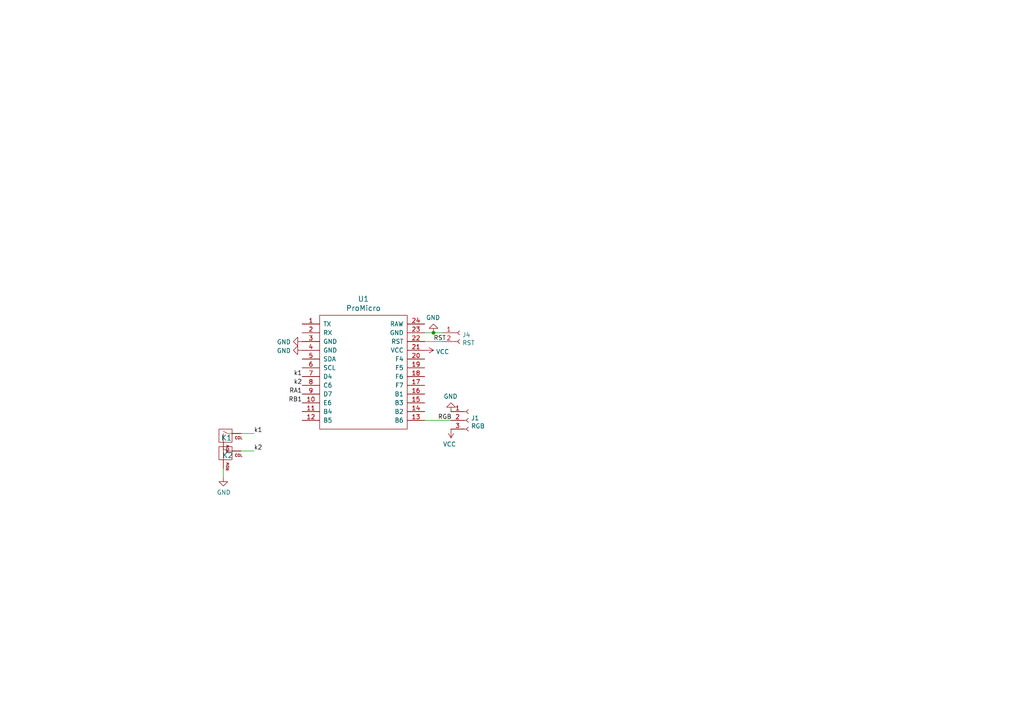
<source format=kicad_sch>
(kicad_sch (version 20211123) (generator eeschema)

  (uuid f4cf61ed-0598-4e58-ae32-28c47603aea7)

  (paper "A4")

  (lib_symbols
    (symbol "Connector:Conn_01x02_Female" (pin_names (offset 1.016) hide) (in_bom yes) (on_board yes)
      (property "Reference" "J" (id 0) (at 0 2.54 0)
        (effects (font (size 1.27 1.27)))
      )
      (property "Value" "Conn_01x02_Female" (id 1) (at 0 -5.08 0)
        (effects (font (size 1.27 1.27)))
      )
      (property "Footprint" "" (id 2) (at 0 0 0)
        (effects (font (size 1.27 1.27)) hide)
      )
      (property "Datasheet" "~" (id 3) (at 0 0 0)
        (effects (font (size 1.27 1.27)) hide)
      )
      (property "ki_keywords" "connector" (id 4) (at 0 0 0)
        (effects (font (size 1.27 1.27)) hide)
      )
      (property "ki_description" "Generic connector, single row, 01x02, script generated (kicad-library-utils/schlib/autogen/connector/)" (id 5) (at 0 0 0)
        (effects (font (size 1.27 1.27)) hide)
      )
      (property "ki_fp_filters" "Connector*:*_1x??_*" (id 6) (at 0 0 0)
        (effects (font (size 1.27 1.27)) hide)
      )
      (symbol "Conn_01x02_Female_1_1"
        (arc (start 0 -2.032) (mid -0.508 -2.54) (end 0 -3.048)
          (stroke (width 0.1524) (type default) (color 0 0 0 0))
          (fill (type none))
        )
        (polyline
          (pts
            (xy -1.27 -2.54)
            (xy -0.508 -2.54)
          )
          (stroke (width 0.1524) (type default) (color 0 0 0 0))
          (fill (type none))
        )
        (polyline
          (pts
            (xy -1.27 0)
            (xy -0.508 0)
          )
          (stroke (width 0.1524) (type default) (color 0 0 0 0))
          (fill (type none))
        )
        (arc (start 0 0.508) (mid -0.508 0) (end 0 -0.508)
          (stroke (width 0.1524) (type default) (color 0 0 0 0))
          (fill (type none))
        )
        (pin passive line (at -5.08 0 0) (length 3.81)
          (name "Pin_1" (effects (font (size 1.27 1.27))))
          (number "1" (effects (font (size 1.27 1.27))))
        )
        (pin passive line (at -5.08 -2.54 0) (length 3.81)
          (name "Pin_2" (effects (font (size 1.27 1.27))))
          (number "2" (effects (font (size 1.27 1.27))))
        )
      )
    )
    (symbol "Connector:Conn_01x03_Female" (pin_names (offset 1.016) hide) (in_bom yes) (on_board yes)
      (property "Reference" "J" (id 0) (at 0 5.08 0)
        (effects (font (size 1.27 1.27)))
      )
      (property "Value" "Conn_01x03_Female" (id 1) (at 0 -5.08 0)
        (effects (font (size 1.27 1.27)))
      )
      (property "Footprint" "" (id 2) (at 0 0 0)
        (effects (font (size 1.27 1.27)) hide)
      )
      (property "Datasheet" "~" (id 3) (at 0 0 0)
        (effects (font (size 1.27 1.27)) hide)
      )
      (property "ki_keywords" "connector" (id 4) (at 0 0 0)
        (effects (font (size 1.27 1.27)) hide)
      )
      (property "ki_description" "Generic connector, single row, 01x03, script generated (kicad-library-utils/schlib/autogen/connector/)" (id 5) (at 0 0 0)
        (effects (font (size 1.27 1.27)) hide)
      )
      (property "ki_fp_filters" "Connector*:*_1x??_*" (id 6) (at 0 0 0)
        (effects (font (size 1.27 1.27)) hide)
      )
      (symbol "Conn_01x03_Female_1_1"
        (arc (start 0 -2.032) (mid -0.508 -2.54) (end 0 -3.048)
          (stroke (width 0.1524) (type default) (color 0 0 0 0))
          (fill (type none))
        )
        (polyline
          (pts
            (xy -1.27 -2.54)
            (xy -0.508 -2.54)
          )
          (stroke (width 0.1524) (type default) (color 0 0 0 0))
          (fill (type none))
        )
        (polyline
          (pts
            (xy -1.27 0)
            (xy -0.508 0)
          )
          (stroke (width 0.1524) (type default) (color 0 0 0 0))
          (fill (type none))
        )
        (polyline
          (pts
            (xy -1.27 2.54)
            (xy -0.508 2.54)
          )
          (stroke (width 0.1524) (type default) (color 0 0 0 0))
          (fill (type none))
        )
        (arc (start 0 0.508) (mid -0.508 0) (end 0 -0.508)
          (stroke (width 0.1524) (type default) (color 0 0 0 0))
          (fill (type none))
        )
        (arc (start 0 3.048) (mid -0.508 2.54) (end 0 2.032)
          (stroke (width 0.1524) (type default) (color 0 0 0 0))
          (fill (type none))
        )
        (pin passive line (at -5.08 2.54 0) (length 3.81)
          (name "Pin_1" (effects (font (size 1.27 1.27))))
          (number "1" (effects (font (size 1.27 1.27))))
        )
        (pin passive line (at -5.08 0 0) (length 3.81)
          (name "Pin_2" (effects (font (size 1.27 1.27))))
          (number "2" (effects (font (size 1.27 1.27))))
        )
        (pin passive line (at -5.08 -2.54 0) (length 3.81)
          (name "Pin_3" (effects (font (size 1.27 1.27))))
          (number "3" (effects (font (size 1.27 1.27))))
        )
      )
    )
    (symbol "MX_Alps_Hybrid:MX-NoLED" (pin_names (offset 1.016)) (in_bom yes) (on_board yes)
      (property "Reference" "MX" (id 0) (at -0.635 3.81 0)
        (effects (font (size 1.524 1.524)))
      )
      (property "Value" "MX-NoLED" (id 1) (at -0.635 1.27 0)
        (effects (font (size 0.508 0.508)))
      )
      (property "Footprint" "" (id 2) (at -15.875 -0.635 0)
        (effects (font (size 1.524 1.524)) hide)
      )
      (property "Datasheet" "" (id 3) (at -15.875 -0.635 0)
        (effects (font (size 1.524 1.524)) hide)
      )
      (symbol "MX-NoLED_0_0"
        (rectangle (start -2.54 2.54) (end 1.27 -1.27)
          (stroke (width 0) (type default) (color 0 0 0 0))
          (fill (type none))
        )
        (polyline
          (pts
            (xy -1.27 -1.27)
            (xy -1.27 1.27)
          )
          (stroke (width 0.127) (type default) (color 0 0 0 0))
          (fill (type none))
        )
        (polyline
          (pts
            (xy 1.27 1.27)
            (xy 0 1.27)
            (xy -1.27 1.905)
          )
          (stroke (width 0.127) (type default) (color 0 0 0 0))
          (fill (type none))
        )
        (text "COL" (at 3.175 0 0)
          (effects (font (size 0.762 0.762)))
        )
        (text "ROW" (at 0 -1.905 900)
          (effects (font (size 0.762 0.762)) (justify right))
        )
      )
      (symbol "MX-NoLED_1_1"
        (pin passive line (at 3.81 1.27 180) (length 2.54)
          (name "COL" (effects (font (size 0 0))))
          (number "1" (effects (font (size 0 0))))
        )
        (pin passive line (at -1.27 -3.81 90) (length 2.54)
          (name "ROW" (effects (font (size 0 0))))
          (number "2" (effects (font (size 0 0))))
        )
      )
    )
    (symbol "power:GND" (power) (pin_names (offset 0)) (in_bom yes) (on_board yes)
      (property "Reference" "#PWR" (id 0) (at 0 -6.35 0)
        (effects (font (size 1.27 1.27)) hide)
      )
      (property "Value" "GND" (id 1) (at 0 -3.81 0)
        (effects (font (size 1.27 1.27)))
      )
      (property "Footprint" "" (id 2) (at 0 0 0)
        (effects (font (size 1.27 1.27)) hide)
      )
      (property "Datasheet" "" (id 3) (at 0 0 0)
        (effects (font (size 1.27 1.27)) hide)
      )
      (property "ki_keywords" "power-flag" (id 4) (at 0 0 0)
        (effects (font (size 1.27 1.27)) hide)
      )
      (property "ki_description" "Power symbol creates a global label with name \"GND\" , ground" (id 5) (at 0 0 0)
        (effects (font (size 1.27 1.27)) hide)
      )
      (symbol "GND_0_1"
        (polyline
          (pts
            (xy 0 0)
            (xy 0 -1.27)
            (xy 1.27 -1.27)
            (xy 0 -2.54)
            (xy -1.27 -1.27)
            (xy 0 -1.27)
          )
          (stroke (width 0) (type default) (color 0 0 0 0))
          (fill (type none))
        )
      )
      (symbol "GND_1_1"
        (pin power_in line (at 0 0 270) (length 0) hide
          (name "GND" (effects (font (size 1.27 1.27))))
          (number "1" (effects (font (size 1.27 1.27))))
        )
      )
    )
    (symbol "power:VCC" (power) (pin_names (offset 0)) (in_bom yes) (on_board yes)
      (property "Reference" "#PWR" (id 0) (at 0 -3.81 0)
        (effects (font (size 1.27 1.27)) hide)
      )
      (property "Value" "VCC" (id 1) (at 0 3.81 0)
        (effects (font (size 1.27 1.27)))
      )
      (property "Footprint" "" (id 2) (at 0 0 0)
        (effects (font (size 1.27 1.27)) hide)
      )
      (property "Datasheet" "" (id 3) (at 0 0 0)
        (effects (font (size 1.27 1.27)) hide)
      )
      (property "ki_keywords" "power-flag" (id 4) (at 0 0 0)
        (effects (font (size 1.27 1.27)) hide)
      )
      (property "ki_description" "Power symbol creates a global label with name \"VCC\"" (id 5) (at 0 0 0)
        (effects (font (size 1.27 1.27)) hide)
      )
      (symbol "VCC_0_1"
        (polyline
          (pts
            (xy -0.762 1.27)
            (xy 0 2.54)
          )
          (stroke (width 0) (type default) (color 0 0 0 0))
          (fill (type none))
        )
        (polyline
          (pts
            (xy 0 0)
            (xy 0 2.54)
          )
          (stroke (width 0) (type default) (color 0 0 0 0))
          (fill (type none))
        )
        (polyline
          (pts
            (xy 0 2.54)
            (xy 0.762 1.27)
          )
          (stroke (width 0) (type default) (color 0 0 0 0))
          (fill (type none))
        )
      )
      (symbol "VCC_1_1"
        (pin power_in line (at 0 0 90) (length 0) hide
          (name "VCC" (effects (font (size 1.27 1.27))))
          (number "1" (effects (font (size 1.27 1.27))))
        )
      )
    )
    (symbol "promicro:ProMicro" (pin_names (offset 1.016)) (in_bom yes) (on_board yes)
      (property "Reference" "U" (id 0) (at 0 24.13 0)
        (effects (font (size 1.524 1.524)))
      )
      (property "Value" "ProMicro" (id 1) (at 0 -13.97 0)
        (effects (font (size 1.524 1.524)))
      )
      (property "Footprint" "" (id 2) (at 2.54 -26.67 0)
        (effects (font (size 1.524 1.524)))
      )
      (property "Datasheet" "" (id 3) (at 2.54 -26.67 0)
        (effects (font (size 1.524 1.524)))
      )
      (symbol "ProMicro_0_1"
        (rectangle (start -12.7 21.59) (end 12.7 -11.43)
          (stroke (width 0) (type default) (color 0 0 0 0))
          (fill (type none))
        )
      )
      (symbol "ProMicro_1_1"
        (pin bidirectional line (at -17.78 19.05 0) (length 5.08)
          (name "TX" (effects (font (size 1.27 1.27))))
          (number "1" (effects (font (size 1.27 1.27))))
        )
        (pin bidirectional line (at -17.78 -3.81 0) (length 5.08)
          (name "E6" (effects (font (size 1.27 1.27))))
          (number "10" (effects (font (size 1.27 1.27))))
        )
        (pin bidirectional line (at -17.78 -6.35 0) (length 5.08)
          (name "B4" (effects (font (size 1.27 1.27))))
          (number "11" (effects (font (size 1.27 1.27))))
        )
        (pin bidirectional line (at -17.78 -8.89 0) (length 5.08)
          (name "B5" (effects (font (size 1.27 1.27))))
          (number "12" (effects (font (size 1.27 1.27))))
        )
        (pin bidirectional line (at 17.78 -8.89 180) (length 5.08)
          (name "B6" (effects (font (size 1.27 1.27))))
          (number "13" (effects (font (size 1.27 1.27))))
        )
        (pin bidirectional line (at 17.78 -6.35 180) (length 5.08)
          (name "B2" (effects (font (size 1.27 1.27))))
          (number "14" (effects (font (size 1.27 1.27))))
        )
        (pin bidirectional line (at 17.78 -3.81 180) (length 5.08)
          (name "B3" (effects (font (size 1.27 1.27))))
          (number "15" (effects (font (size 1.27 1.27))))
        )
        (pin bidirectional line (at 17.78 -1.27 180) (length 5.08)
          (name "B1" (effects (font (size 1.27 1.27))))
          (number "16" (effects (font (size 1.27 1.27))))
        )
        (pin bidirectional line (at 17.78 1.27 180) (length 5.08)
          (name "F7" (effects (font (size 1.27 1.27))))
          (number "17" (effects (font (size 1.27 1.27))))
        )
        (pin bidirectional line (at 17.78 3.81 180) (length 5.08)
          (name "F6" (effects (font (size 1.27 1.27))))
          (number "18" (effects (font (size 1.27 1.27))))
        )
        (pin bidirectional line (at 17.78 6.35 180) (length 5.08)
          (name "F5" (effects (font (size 1.27 1.27))))
          (number "19" (effects (font (size 1.27 1.27))))
        )
        (pin bidirectional line (at -17.78 16.51 0) (length 5.08)
          (name "RX" (effects (font (size 1.27 1.27))))
          (number "2" (effects (font (size 1.27 1.27))))
        )
        (pin bidirectional line (at 17.78 8.89 180) (length 5.08)
          (name "F4" (effects (font (size 1.27 1.27))))
          (number "20" (effects (font (size 1.27 1.27))))
        )
        (pin power_in line (at 17.78 11.43 180) (length 5.08)
          (name "VCC" (effects (font (size 1.27 1.27))))
          (number "21" (effects (font (size 1.27 1.27))))
        )
        (pin input line (at 17.78 13.97 180) (length 5.08)
          (name "RST" (effects (font (size 1.27 1.27))))
          (number "22" (effects (font (size 1.27 1.27))))
        )
        (pin power_in line (at 17.78 16.51 180) (length 5.08)
          (name "GND" (effects (font (size 1.27 1.27))))
          (number "23" (effects (font (size 1.27 1.27))))
        )
        (pin power_out line (at 17.78 19.05 180) (length 5.08)
          (name "RAW" (effects (font (size 1.27 1.27))))
          (number "24" (effects (font (size 1.27 1.27))))
        )
        (pin power_in line (at -17.78 13.97 0) (length 5.08)
          (name "GND" (effects (font (size 1.27 1.27))))
          (number "3" (effects (font (size 1.27 1.27))))
        )
        (pin power_in line (at -17.78 11.43 0) (length 5.08)
          (name "GND" (effects (font (size 1.27 1.27))))
          (number "4" (effects (font (size 1.27 1.27))))
        )
        (pin bidirectional line (at -17.78 8.89 0) (length 5.08)
          (name "SDA" (effects (font (size 1.27 1.27))))
          (number "5" (effects (font (size 1.27 1.27))))
        )
        (pin bidirectional line (at -17.78 6.35 0) (length 5.08)
          (name "SCL" (effects (font (size 1.27 1.27))))
          (number "6" (effects (font (size 1.27 1.27))))
        )
        (pin bidirectional line (at -17.78 3.81 0) (length 5.08)
          (name "D4" (effects (font (size 1.27 1.27))))
          (number "7" (effects (font (size 1.27 1.27))))
        )
        (pin bidirectional line (at -17.78 1.27 0) (length 5.08)
          (name "C6" (effects (font (size 1.27 1.27))))
          (number "8" (effects (font (size 1.27 1.27))))
        )
        (pin bidirectional line (at -17.78 -1.27 0) (length 5.08)
          (name "D7" (effects (font (size 1.27 1.27))))
          (number "9" (effects (font (size 1.27 1.27))))
        )
      )
    )
  )

  (junction (at 125.73 96.52) (diameter 0) (color 0 0 0 0)
    (uuid 051280f2-82ac-4bda-aee7-8c1c0dbda60a)
  )

  (wire (pts (xy 128.27 96.52) (xy 125.73 96.52))
    (stroke (width 0) (type default) (color 0 0 0 0))
    (uuid 171d18ea-6b49-4f8f-8eba-a8cba514a822)
  )
  (wire (pts (xy 130.81 121.92) (xy 123.19 121.92))
    (stroke (width 0) (type default) (color 0 0 0 0))
    (uuid 2beccbaa-865c-4aac-b234-95737d6cde4b)
  )
  (wire (pts (xy 64.77 135.89) (xy 64.77 138.43))
    (stroke (width 0) (type default) (color 0 0 0 0))
    (uuid 6e8742b3-aa7e-40c5-a126-20e064744f68)
  )
  (wire (pts (xy 69.85 130.81) (xy 73.66 130.81))
    (stroke (width 0) (type default) (color 0 0 0 0))
    (uuid 77f5b63e-dcb8-4626-a83a-8255980a99aa)
  )
  (wire (pts (xy 128.27 99.06) (xy 123.19 99.06))
    (stroke (width 0) (type default) (color 0 0 0 0))
    (uuid d0eed8d8-e3b5-40eb-86a8-020282638433)
  )
  (wire (pts (xy 69.85 125.73) (xy 73.66 125.73))
    (stroke (width 0) (type default) (color 0 0 0 0))
    (uuid e7a7db4f-9066-449d-9cc9-d129f894e3f3)
  )
  (wire (pts (xy 125.73 96.52) (xy 123.19 96.52))
    (stroke (width 0) (type default) (color 0 0 0 0))
    (uuid e7d8fc31-ee90-4887-b6e2-c8596a834339)
  )

  (label "RGB" (at 127 121.92 0)
    (effects (font (size 1.27 1.27)) (justify left bottom))
    (uuid 201f7e33-4f95-4ac9-bcd0-4a5856ce7d03)
  )
  (label "RA1" (at 87.63 114.3 180)
    (effects (font (size 1.27 1.27)) (justify right bottom))
    (uuid 33b44bf8-df26-452c-9dfa-b0a6746bf143)
  )
  (label "k1" (at 87.63 109.22 180)
    (effects (font (size 1.27 1.27)) (justify right bottom))
    (uuid 4a18aff7-f7b1-4b9c-a935-35e5d017d124)
  )
  (label "RB1" (at 87.63 116.84 180)
    (effects (font (size 1.27 1.27)) (justify right bottom))
    (uuid 639f1cb3-8c22-4f1f-be7d-86142a305957)
  )
  (label "RST" (at 125.73 99.06 0)
    (effects (font (size 1.27 1.27)) (justify left bottom))
    (uuid 825fb465-6c90-4dcf-9d32-57a99e362e25)
  )
  (label "k2" (at 87.63 111.76 180)
    (effects (font (size 1.27 1.27)) (justify right bottom))
    (uuid 95bc0b59-78c2-4986-9fdc-5dc92ea9db9e)
  )
  (label "k1" (at 73.66 125.73 0)
    (effects (font (size 1.27 1.27)) (justify left bottom))
    (uuid c3226a9f-15fb-4c68-82ef-262da8514896)
  )
  (label "k2" (at 73.66 130.81 0)
    (effects (font (size 1.27 1.27)) (justify left bottom))
    (uuid cd36a689-deeb-42f0-8f8c-4a34b11eb54c)
  )

  (symbol (lib_id "MX_Alps_Hybrid:MX-NoLED") (at 66.04 127 0) (unit 1)
    (in_bom yes) (on_board yes)
    (uuid 00000000-0000-0000-0000-00005cce1478)
    (property "Reference" "K1" (id 0) (at 67.31 127 0)
      (effects (font (size 1.524 1.524)) (justify right))
    )
    (property "Value" "KEYSW" (id 1) (at 66.04 129.54 0)
      (effects (font (size 1.524 1.524)) hide)
    )
    (property "Footprint" "MX_Alps_Hybrid:MX-1U-NoLED" (id 2) (at 50.165 127.635 0)
      (effects (font (size 1.524 1.524)) hide)
    )
    (property "Datasheet" "" (id 3) (at 50.165 127.635 0)
      (effects (font (size 1.524 1.524)) hide)
    )
    (pin "1" (uuid 5309cb01-7f4a-457e-b2a4-fcfd5b73ce5a))
    (pin "2" (uuid c52af42f-b923-4f72-aa39-0912d15ddf7b))
  )

  (symbol (lib_id "MX_Alps_Hybrid:MX-NoLED") (at 66.04 132.08 0) (unit 1)
    (in_bom yes) (on_board yes)
    (uuid 00000000-0000-0000-0000-00005cce1953)
    (property "Reference" "K2" (id 0) (at 66.04 132.08 0)
      (effects (font (size 1.524 1.524)))
    )
    (property "Value" "KEYSW" (id 1) (at 66.04 134.62 0)
      (effects (font (size 1.524 1.524)) hide)
    )
    (property "Footprint" "MX_Alps_Hybrid:MX-1U-NoLED" (id 2) (at 50.165 132.715 0)
      (effects (font (size 1.524 1.524)) hide)
    )
    (property "Datasheet" "" (id 3) (at 50.165 132.715 0)
      (effects (font (size 1.524 1.524)) hide)
    )
    (pin "1" (uuid 7b2fb40f-b7af-40cb-8084-511544dd72af))
    (pin "2" (uuid b76e8ed4-40bd-4847-83a1-e812cf19e7d9))
  )

  (symbol (lib_id "promicro:ProMicro") (at 105.41 113.03 0) (unit 1)
    (in_bom yes) (on_board yes)
    (uuid 00000000-0000-0000-0000-00005cce2a9a)
    (property "Reference" "U1" (id 0) (at 105.41 86.6902 0)
      (effects (font (size 1.524 1.524)))
    )
    (property "Value" "ProMicro" (id 1) (at 105.41 89.3826 0)
      (effects (font (size 1.524 1.524)))
    )
    (property "Footprint" "promicro:ProMicro_NoSilk" (id 2) (at 107.95 139.7 0)
      (effects (font (size 1.524 1.524)) hide)
    )
    (property "Datasheet" "" (id 3) (at 107.95 139.7 0)
      (effects (font (size 1.524 1.524)))
    )
    (pin "1" (uuid d77bfb3a-a673-48a0-af81-8fdfd3493370))
    (pin "10" (uuid ef6bb790-479c-4ab9-abd2-c9577c28a4de))
    (pin "11" (uuid 3c686796-da28-4d63-842c-514e4d196500))
    (pin "12" (uuid 2650bd3d-a557-4d0a-aa58-ecd0baf99da2))
    (pin "13" (uuid a26c2a35-dcb0-4d8c-b240-e64cdc1200a1))
    (pin "14" (uuid 72a8c4b6-d35b-4e5e-bb00-9a09969f6567))
    (pin "15" (uuid fb1d0e70-b211-4732-aded-96a4beeac9d3))
    (pin "16" (uuid 9ed8c7e0-5e22-4bf7-997c-b44c9961890c))
    (pin "17" (uuid 824301fd-493e-4ff9-aecf-1524d2112f54))
    (pin "18" (uuid b217449f-ceab-4d5e-8454-e0277fb971ed))
    (pin "19" (uuid 3228f544-2c0d-4074-9a58-699e4a459121))
    (pin "2" (uuid 238e9089-1f4c-4f12-af6f-1e153f5ec4af))
    (pin "20" (uuid 915d55f6-403f-4a58-9448-4cbfb76924aa))
    (pin "21" (uuid 74b095b4-35c0-4b71-95a7-07e7aeb62e81))
    (pin "22" (uuid 08ac3d05-4561-439d-90fb-5950c9140c68))
    (pin "23" (uuid 5638e39f-3fba-4117-85d4-c2065d16f695))
    (pin "24" (uuid fca0b6a6-7070-4a0b-be1d-5960fb923461))
    (pin "3" (uuid 78f09872-271d-48b8-b759-813ba18ad3f2))
    (pin "4" (uuid 6b57e5b8-8aa8-4379-a14b-831438a4b940))
    (pin "5" (uuid 14e1179b-15e1-46c9-9f2d-a97102597f32))
    (pin "6" (uuid 87630d88-763e-41f9-9a8a-d1bfef78d034))
    (pin "7" (uuid da198f2c-b81f-4483-88d7-48372750a637))
    (pin "8" (uuid 691420e4-0d4a-415c-9725-132d3fd7f39b))
    (pin "9" (uuid 5e61db37-e205-47cd-8f5c-b86eb6768cab))
  )

  (symbol (lib_id "power:GND") (at 125.73 96.52 180) (unit 1)
    (in_bom yes) (on_board yes)
    (uuid 00000000-0000-0000-0000-00005cce45f7)
    (property "Reference" "#PWR0102" (id 0) (at 125.73 90.17 0)
      (effects (font (size 1.27 1.27)) hide)
    )
    (property "Value" "" (id 1) (at 125.603 92.1258 0))
    (property "Footprint" "" (id 2) (at 125.73 96.52 0)
      (effects (font (size 1.27 1.27)) hide)
    )
    (property "Datasheet" "" (id 3) (at 125.73 96.52 0)
      (effects (font (size 1.27 1.27)) hide)
    )
    (pin "1" (uuid 83030f0f-ad40-4f70-acca-545bf0d5837a))
  )

  (symbol (lib_id "power:GND") (at 87.63 101.6 270) (unit 1)
    (in_bom yes) (on_board yes)
    (uuid 00000000-0000-0000-0000-00005cce4c7e)
    (property "Reference" "#PWR0103" (id 0) (at 81.28 101.6 0)
      (effects (font (size 1.27 1.27)) hide)
    )
    (property "Value" "" (id 1) (at 84.3788 101.727 90)
      (effects (font (size 1.27 1.27)) (justify right))
    )
    (property "Footprint" "" (id 2) (at 87.63 101.6 0)
      (effects (font (size 1.27 1.27)) hide)
    )
    (property "Datasheet" "" (id 3) (at 87.63 101.6 0)
      (effects (font (size 1.27 1.27)) hide)
    )
    (pin "1" (uuid 2c31237e-0138-4148-8490-f746c21ed93a))
  )

  (symbol (lib_id "power:VCC") (at 123.19 101.6 270) (unit 1)
    (in_bom yes) (on_board yes)
    (uuid 00000000-0000-0000-0000-00005cce54f8)
    (property "Reference" "#PWR0104" (id 0) (at 119.38 101.6 0)
      (effects (font (size 1.27 1.27)) hide)
    )
    (property "Value" "" (id 1) (at 126.4412 102.0318 90)
      (effects (font (size 1.27 1.27)) (justify left))
    )
    (property "Footprint" "" (id 2) (at 123.19 101.6 0)
      (effects (font (size 1.27 1.27)) hide)
    )
    (property "Datasheet" "" (id 3) (at 123.19 101.6 0)
      (effects (font (size 1.27 1.27)) hide)
    )
    (pin "1" (uuid 3893c67b-5e7f-4d7e-8096-7190e9b86f9c))
  )

  (symbol (lib_id "Connector:Conn_01x03_Female") (at 135.89 121.92 0) (unit 1)
    (in_bom yes) (on_board yes)
    (uuid 00000000-0000-0000-0000-00005cceb648)
    (property "Reference" "J1" (id 0) (at 136.6012 121.2596 0)
      (effects (font (size 1.27 1.27)) (justify left))
    )
    (property "Value" "" (id 1) (at 136.6012 123.571 0)
      (effects (font (size 1.27 1.27)) (justify left))
    )
    (property "Footprint" "" (id 2) (at 135.89 121.92 0)
      (effects (font (size 1.27 1.27)) hide)
    )
    (property "Datasheet" "~" (id 3) (at 135.89 121.92 0)
      (effects (font (size 1.27 1.27)) hide)
    )
    (pin "1" (uuid f3b426b2-02b7-4abc-8330-4daaa2697b28))
    (pin "2" (uuid 5b8ce4c3-2492-4e07-9a5b-7b133edfca07))
    (pin "3" (uuid 8c3c720b-6ed1-4391-bee3-e25f5ca828cb))
  )

  (symbol (lib_id "power:VCC") (at 130.81 124.46 180) (unit 1)
    (in_bom yes) (on_board yes)
    (uuid 00000000-0000-0000-0000-00005ccecad7)
    (property "Reference" "#PWR0105" (id 0) (at 130.81 120.65 0)
      (effects (font (size 1.27 1.27)) hide)
    )
    (property "Value" "" (id 1) (at 130.3782 128.8542 0))
    (property "Footprint" "" (id 2) (at 130.81 124.46 0)
      (effects (font (size 1.27 1.27)) hide)
    )
    (property "Datasheet" "" (id 3) (at 130.81 124.46 0)
      (effects (font (size 1.27 1.27)) hide)
    )
    (pin "1" (uuid d3b9f9b6-5625-472d-a8c7-fe60c84a5e91))
  )

  (symbol (lib_id "power:GND") (at 130.81 119.38 180) (unit 1)
    (in_bom yes) (on_board yes)
    (uuid 00000000-0000-0000-0000-00005cced007)
    (property "Reference" "#PWR0106" (id 0) (at 130.81 113.03 0)
      (effects (font (size 1.27 1.27)) hide)
    )
    (property "Value" "" (id 1) (at 130.683 114.9858 0))
    (property "Footprint" "" (id 2) (at 130.81 119.38 0)
      (effects (font (size 1.27 1.27)) hide)
    )
    (property "Datasheet" "" (id 3) (at 130.81 119.38 0)
      (effects (font (size 1.27 1.27)) hide)
    )
    (pin "1" (uuid ec660fed-9361-441c-a726-553db9984b16))
  )

  (symbol (lib_id "Connector:Conn_01x02_Female") (at 133.35 96.52 0) (unit 1)
    (in_bom yes) (on_board yes)
    (uuid 00000000-0000-0000-0000-00005ccf73ed)
    (property "Reference" "J4" (id 0) (at 134.0612 97.1296 0)
      (effects (font (size 1.27 1.27)) (justify left))
    )
    (property "Value" "" (id 1) (at 134.0612 99.441 0)
      (effects (font (size 1.27 1.27)) (justify left))
    )
    (property "Footprint" "" (id 2) (at 133.35 96.52 0)
      (effects (font (size 1.27 1.27)) hide)
    )
    (property "Datasheet" "~" (id 3) (at 133.35 96.52 0)
      (effects (font (size 1.27 1.27)) hide)
    )
    (pin "1" (uuid b2e9b1e0-e1ff-4e5f-afd2-9985ca96961b))
    (pin "2" (uuid 006bf8f0-986f-479a-8af3-ea0577be0ad5))
  )

  (symbol (lib_id "power:GND") (at 64.77 138.43 0) (unit 1)
    (in_bom yes) (on_board yes)
    (uuid 00000000-0000-0000-0000-00005ccf9d38)
    (property "Reference" "#PWR0101" (id 0) (at 64.77 144.78 0)
      (effects (font (size 1.27 1.27)) hide)
    )
    (property "Value" "" (id 1) (at 64.897 142.8242 0))
    (property "Footprint" "" (id 2) (at 64.77 138.43 0)
      (effects (font (size 1.27 1.27)) hide)
    )
    (property "Datasheet" "" (id 3) (at 64.77 138.43 0)
      (effects (font (size 1.27 1.27)) hide)
    )
    (pin "1" (uuid 45a04541-a5e8-4b1a-8eb7-7ee1cb89d14e))
  )

  (symbol (lib_id "power:GND") (at 87.63 99.06 270) (unit 1)
    (in_bom yes) (on_board yes)
    (uuid 00000000-0000-0000-0000-00005d28fe25)
    (property "Reference" "#PWR0107" (id 0) (at 81.28 99.06 0)
      (effects (font (size 1.27 1.27)) hide)
    )
    (property "Value" "" (id 1) (at 84.3788 99.187 90)
      (effects (font (size 1.27 1.27)) (justify right))
    )
    (property "Footprint" "" (id 2) (at 87.63 99.06 0)
      (effects (font (size 1.27 1.27)) hide)
    )
    (property "Datasheet" "" (id 3) (at 87.63 99.06 0)
      (effects (font (size 1.27 1.27)) hide)
    )
    (pin "1" (uuid a49c00b6-9278-4c49-8f3c-ff10e16eafef))
  )

  (sheet_instances
    (path "/" (page "1"))
  )

  (symbol_instances
    (path "/00000000-0000-0000-0000-00005ccf9d38"
      (reference "#PWR0101") (unit 1) (value "GND") (footprint "")
    )
    (path "/00000000-0000-0000-0000-00005cce45f7"
      (reference "#PWR0102") (unit 1) (value "GND") (footprint "")
    )
    (path "/00000000-0000-0000-0000-00005cce4c7e"
      (reference "#PWR0103") (unit 1) (value "GND") (footprint "")
    )
    (path "/00000000-0000-0000-0000-00005cce54f8"
      (reference "#PWR0104") (unit 1) (value "VCC") (footprint "")
    )
    (path "/00000000-0000-0000-0000-00005ccecad7"
      (reference "#PWR0105") (unit 1) (value "VCC") (footprint "")
    )
    (path "/00000000-0000-0000-0000-00005cced007"
      (reference "#PWR0106") (unit 1) (value "GND") (footprint "")
    )
    (path "/00000000-0000-0000-0000-00005d28fe25"
      (reference "#PWR0107") (unit 1) (value "GND") (footprint "")
    )
    (path "/00000000-0000-0000-0000-00005cceb648"
      (reference "J1") (unit 1) (value "RGB") (footprint "Connector_PinHeader_2.54mm:PinHeader_1x03_P2.54mm_Vertical")
    )
    (path "/00000000-0000-0000-0000-00005ccf73ed"
      (reference "J4") (unit 1) (value "RST") (footprint "Connector_PinHeader_2.54mm:PinHeader_1x02_P2.54mm_Vertical")
    )
    (path "/00000000-0000-0000-0000-00005cce1478"
      (reference "K1") (unit 1) (value "KEYSW") (footprint "MX_Alps_Hybrid:MX-1U-NoLED")
    )
    (path "/00000000-0000-0000-0000-00005cce1953"
      (reference "K2") (unit 1) (value "KEYSW") (footprint "MX_Alps_Hybrid:MX-1U-NoLED")
    )
    (path "/00000000-0000-0000-0000-00005cce2a9a"
      (reference "U1") (unit 1) (value "ProMicro") (footprint "promicro:ProMicro_NoSilk")
    )
  )
)

</source>
